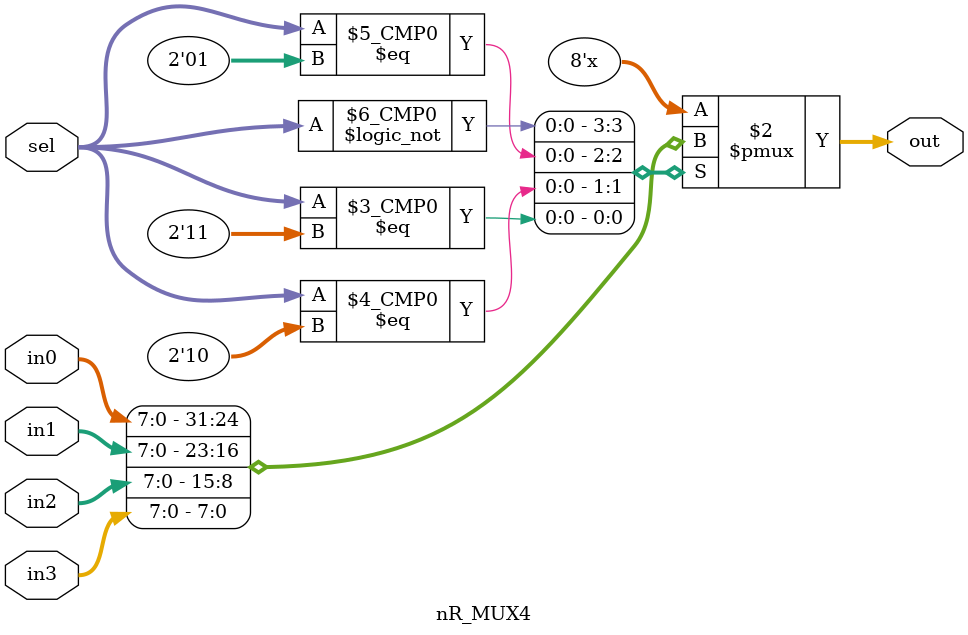
<source format=v>
module nR_MUX2(in0,in1,sel,m_out);
	input[7:0] in0,in1;
	input sel;
	output [7:0] m_out;

	assign m_out = (in0&~sel) | (in1&sel);
endmodule

//Modulo de Multiplexacao:
//Entradas: 	
//		in0: entrada 0
//		in1: entrada 1
//		in2: entrada 2
//		in3: entrada 3
//		sel: selecao
//Saidas:	
//		out: saida
module nR_MUX4(in0,in1,in2,in3,sel,out);
	input[7:0] in0,in1,in2,in3;
	input[1:0] sel;
	output reg[7:0] out;
	always@(*)
	case(sel)
		0: out<=in0;
		1: out<=in1;
		2: out<=in2;
		3: out<=in3;
	endcase
endmodule


</source>
